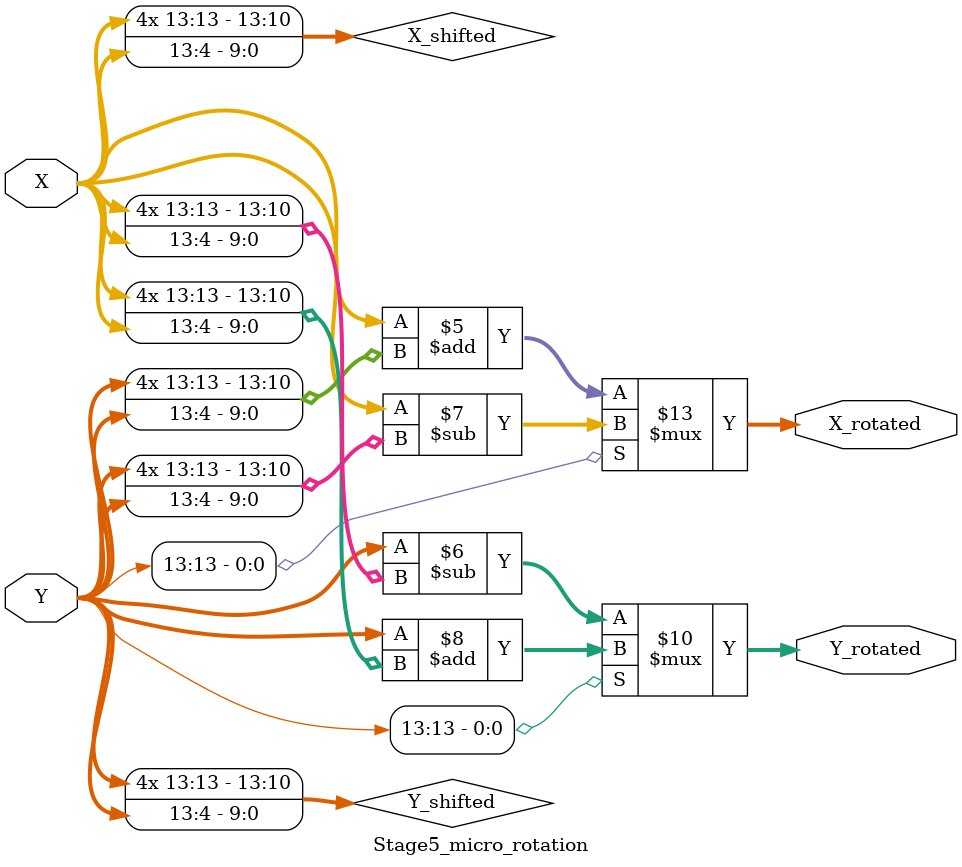
<source format=v>
`timescale 1ns / 1ps

module Stage5_micro_rotation(X, Y, X_rotated, Y_rotated);     
input [13:0] X, Y;
//input Y_signed;
output [13:0] X_rotated, Y_rotated;

// input
wire signed [13:0] X, Y;        // S1.12  (14bits)
//wire signed Y_signed;           // Y[13] = ¦P¤@­Ó stage Y ªº signed bit¡A¨M©w X¡BY ­n¥[©Î´î

// output
reg signed [13:0] X_rotated, Y_rotated;       // S1.12  (14bits)

reg signed [13:0] X_shifted, Y_shifted;

always@ (X or Y)
begin
    X_shifted = X >>> 4;          // ²Ä 5 ­Ó stage ¦V¥k¦ì²¾ 4 bits
    Y_shifted = Y >>> 4;
    
    if(Y[13] == 1'b0)
    begin
        X_rotated = X + Y_shifted;
        Y_rotated = Y - X_shifted;
    end
    
    else
    begin
        X_rotated = X - Y_shifted;
        Y_rotated = Y + X_shifted;
    end
end

endmodule

</source>
